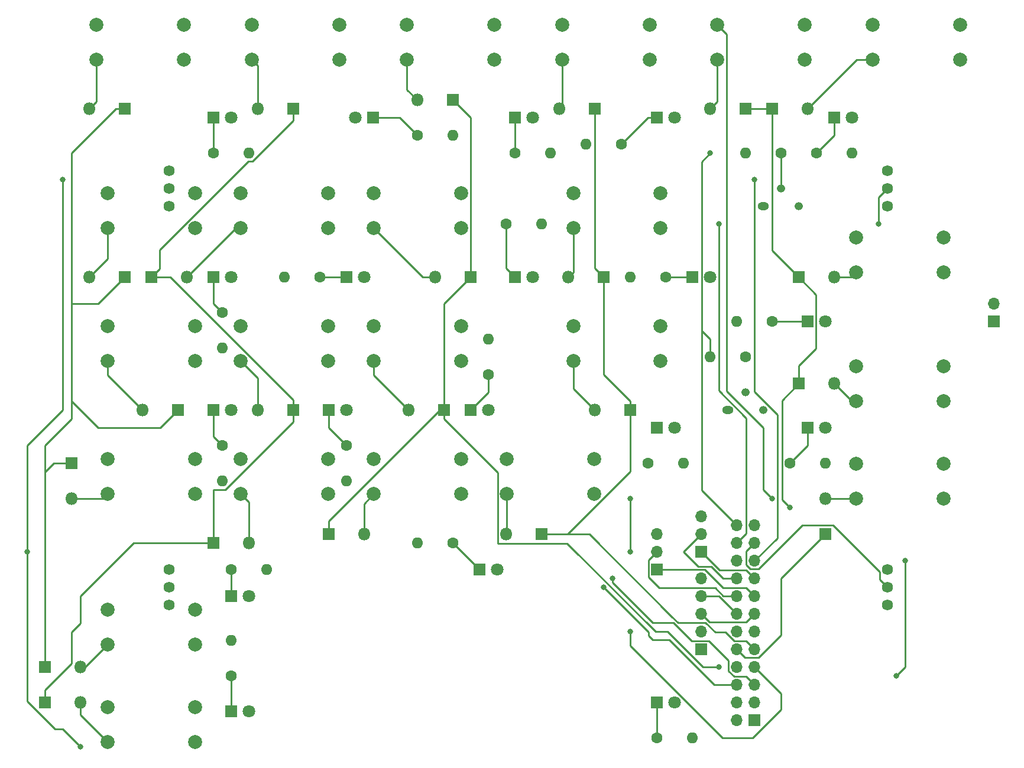
<source format=gbr>
%TF.GenerationSoftware,KiCad,Pcbnew,(5.1.10)-1*%
%TF.CreationDate,2021-07-06T22:18:48-04:00*%
%TF.ProjectId,dedBoard,64656442-6f61-4726-942e-6b696361645f,rev?*%
%TF.SameCoordinates,Original*%
%TF.FileFunction,Copper,L4,Bot*%
%TF.FilePolarity,Positive*%
%FSLAX46Y46*%
G04 Gerber Fmt 4.6, Leading zero omitted, Abs format (unit mm)*
G04 Created by KiCad (PCBNEW (5.1.10)-1) date 2021-07-06 22:18:48*
%MOMM*%
%LPD*%
G01*
G04 APERTURE LIST*
%TA.AperFunction,ComponentPad*%
%ADD10O,1.600000X1.600000*%
%TD*%
%TA.AperFunction,ComponentPad*%
%ADD11C,1.600000*%
%TD*%
%TA.AperFunction,ComponentPad*%
%ADD12O,1.800000X1.800000*%
%TD*%
%TA.AperFunction,ComponentPad*%
%ADD13R,1.800000X1.800000*%
%TD*%
%TA.AperFunction,ComponentPad*%
%ADD14O,1.200000X1.200000*%
%TD*%
%TA.AperFunction,ComponentPad*%
%ADD15O,1.600000X1.200000*%
%TD*%
%TA.AperFunction,ComponentPad*%
%ADD16C,1.800000*%
%TD*%
%TA.AperFunction,ComponentPad*%
%ADD17C,2.000000*%
%TD*%
%TA.AperFunction,ComponentPad*%
%ADD18C,1.590000*%
%TD*%
%TA.AperFunction,ComponentPad*%
%ADD19O,1.700000X1.700000*%
%TD*%
%TA.AperFunction,ComponentPad*%
%ADD20R,1.700000X1.700000*%
%TD*%
%TA.AperFunction,ViaPad*%
%ADD21C,0.800000*%
%TD*%
%TA.AperFunction,Conductor*%
%ADD22C,0.250000*%
%TD*%
G04 APERTURE END LIST*
D10*
%TO.P,R21,2*%
%TO.N,GND*%
X49530000Y-102870000D03*
D11*
%TO.P,R21,1*%
%TO.N,Net-(D42-Pad1)*%
X49530000Y-107950000D03*
%TD*%
D10*
%TO.P,R20,2*%
%TO.N,GND*%
X134620000Y-77470000D03*
D11*
%TO.P,R20,1*%
%TO.N,Net-(D41-Pad1)*%
X129540000Y-77470000D03*
%TD*%
D10*
%TO.P,R19,2*%
%TO.N,GND*%
X115570000Y-116840000D03*
D11*
%TO.P,R19,1*%
%TO.N,Net-(D40-Pad1)*%
X110490000Y-116840000D03*
%TD*%
D10*
%TO.P,R18,2*%
%TO.N,GND*%
X66040000Y-80010000D03*
D11*
%TO.P,R18,1*%
%TO.N,Net-(D39-Pad1)*%
X66040000Y-74930000D03*
%TD*%
D10*
%TO.P,R17,2*%
%TO.N,GND*%
X86360000Y-59690000D03*
D11*
%TO.P,R17,1*%
%TO.N,Net-(D38-Pad1)*%
X86360000Y-64770000D03*
%TD*%
D10*
%TO.P,R16,2*%
%TO.N,GND*%
X76200000Y-88900000D03*
D11*
%TO.P,R16,1*%
%TO.N,Net-(D37-Pad1)*%
X81280000Y-88900000D03*
%TD*%
D10*
%TO.P,R15,2*%
%TO.N,ledCtrl*%
X118110000Y-62230000D03*
D11*
%TO.P,R15,1*%
%TO.N,Net-(Q2-Pad2)*%
X123190000Y-62230000D03*
%TD*%
D10*
%TO.P,R14,2*%
%TO.N,GND*%
X54610000Y-92710000D03*
D11*
%TO.P,R14,1*%
%TO.N,Net-(D36-Pad1)*%
X49530000Y-92710000D03*
%TD*%
D10*
%TO.P,R13,2*%
%TO.N,GND*%
X48260000Y-80010000D03*
D11*
%TO.P,R13,1*%
%TO.N,Net-(D35-Pad1)*%
X48260000Y-74930000D03*
%TD*%
D10*
%TO.P,R12,2*%
%TO.N,GND*%
X114300000Y-77470000D03*
D11*
%TO.P,R12,1*%
%TO.N,Net-(D34-Pad1)*%
X109220000Y-77470000D03*
%TD*%
D10*
%TO.P,R11,2*%
%TO.N,GND*%
X121920000Y-57150000D03*
D11*
%TO.P,R11,1*%
%TO.N,Net-(D27-Pad1)*%
X127000000Y-57150000D03*
%TD*%
D10*
%TO.P,R10,2*%
%TO.N,GND*%
X57150000Y-50800000D03*
D11*
%TO.P,R10,1*%
%TO.N,Net-(D26-Pad1)*%
X62230000Y-50800000D03*
%TD*%
D10*
%TO.P,R9,2*%
%TO.N,ledCtrl*%
X123190000Y-33020000D03*
D11*
%TO.P,R9,1*%
%TO.N,Net-(Q1-Pad2)*%
X128270000Y-33020000D03*
%TD*%
D10*
%TO.P,R8,2*%
%TO.N,GND*%
X100330000Y-31750000D03*
D11*
%TO.P,R8,1*%
%TO.N,Net-(D25-Pad1)*%
X105410000Y-31750000D03*
%TD*%
D10*
%TO.P,R7,2*%
%TO.N,GND*%
X93980000Y-43180000D03*
D11*
%TO.P,R7,1*%
%TO.N,Net-(D24-Pad1)*%
X88900000Y-43180000D03*
%TD*%
D10*
%TO.P,R6,2*%
%TO.N,GND*%
X106680000Y-50800000D03*
D11*
%TO.P,R6,1*%
%TO.N,Net-(D23-Pad1)*%
X111760000Y-50800000D03*
%TD*%
D10*
%TO.P,R5,2*%
%TO.N,GND*%
X48260000Y-60960000D03*
D11*
%TO.P,R5,1*%
%TO.N,Net-(D22-Pad1)*%
X48260000Y-55880000D03*
%TD*%
D10*
%TO.P,R4,2*%
%TO.N,GND*%
X138430000Y-33020000D03*
D11*
%TO.P,R4,1*%
%TO.N,Net-(D21-Pad1)*%
X133350000Y-33020000D03*
%TD*%
D10*
%TO.P,R3,2*%
%TO.N,GND*%
X95250000Y-33020000D03*
D11*
%TO.P,R3,1*%
%TO.N,Net-(D20-Pad1)*%
X90170000Y-33020000D03*
%TD*%
D10*
%TO.P,R2,2*%
%TO.N,GND*%
X81280000Y-30480000D03*
D11*
%TO.P,R2,1*%
%TO.N,Net-(D19-Pad1)*%
X76200000Y-30480000D03*
%TD*%
D10*
%TO.P,R1,2*%
%TO.N,GND*%
X52070000Y-33020000D03*
D11*
%TO.P,R1,1*%
%TO.N,Net-(D18-Pad1)*%
X46990000Y-33020000D03*
%TD*%
D12*
%TO.P,D33,2*%
%TO.N,Net-(D33-Pad2)*%
X134620000Y-82550000D03*
D13*
%TO.P,D33,1*%
%TO.N,COL5*%
X134620000Y-87630000D03*
%TD*%
D12*
%TO.P,D32,2*%
%TO.N,Net-(D32-Pad2)*%
X118110000Y-26670000D03*
D13*
%TO.P,D32,1*%
%TO.N,COL5*%
X123190000Y-26670000D03*
%TD*%
D12*
%TO.P,D31,2*%
%TO.N,Net-(D31-Pad2)*%
X96520000Y-26670000D03*
D13*
%TO.P,D31,1*%
%TO.N,COL4*%
X101600000Y-26670000D03*
%TD*%
D12*
%TO.P,D30,2*%
%TO.N,Net-(D30-Pad2)*%
X76200000Y-25400000D03*
D13*
%TO.P,D30,1*%
%TO.N,COL3*%
X81280000Y-25400000D03*
%TD*%
D12*
%TO.P,D29,2*%
%TO.N,Net-(D29-Pad2)*%
X53340000Y-26670000D03*
D13*
%TO.P,D29,1*%
%TO.N,COL2*%
X58420000Y-26670000D03*
%TD*%
D12*
%TO.P,D28,2*%
%TO.N,Net-(D28-Pad2)*%
X29210000Y-26670000D03*
D13*
%TO.P,D28,1*%
%TO.N,COL1*%
X34290000Y-26670000D03*
%TD*%
D12*
%TO.P,D17,2*%
%TO.N,Net-(D17-Pad2)*%
X101600000Y-69850000D03*
D13*
%TO.P,D17,1*%
%TO.N,COL4*%
X106680000Y-69850000D03*
%TD*%
D12*
%TO.P,D16,2*%
%TO.N,Net-(D16-Pad2)*%
X97790000Y-50800000D03*
D13*
%TO.P,D16,1*%
%TO.N,COL4*%
X102870000Y-50800000D03*
%TD*%
D12*
%TO.P,D15,2*%
%TO.N,Net-(D15-Pad2)*%
X74930000Y-69850000D03*
D13*
%TO.P,D15,1*%
%TO.N,COL3*%
X80010000Y-69850000D03*
%TD*%
D12*
%TO.P,D14,2*%
%TO.N,Net-(D14-Pad2)*%
X68580000Y-87630000D03*
D13*
%TO.P,D14,1*%
%TO.N,COL3*%
X63500000Y-87630000D03*
%TD*%
D12*
%TO.P,D13,2*%
%TO.N,Net-(D13-Pad2)*%
X78740000Y-50800000D03*
D13*
%TO.P,D13,1*%
%TO.N,COL3*%
X83820000Y-50800000D03*
%TD*%
D12*
%TO.P,D12,2*%
%TO.N,Net-(D12-Pad2)*%
X88900000Y-87630000D03*
D13*
%TO.P,D12,1*%
%TO.N,COL4*%
X93980000Y-87630000D03*
%TD*%
D12*
%TO.P,D11,2*%
%TO.N,Net-(D11-Pad2)*%
X135890000Y-66040000D03*
D13*
%TO.P,D11,1*%
%TO.N,COL5*%
X130810000Y-66040000D03*
%TD*%
D12*
%TO.P,D10,2*%
%TO.N,Net-(D10-Pad2)*%
X52070000Y-88900000D03*
D13*
%TO.P,D10,1*%
%TO.N,COL2*%
X46990000Y-88900000D03*
%TD*%
D12*
%TO.P,D9,2*%
%TO.N,Net-(D9-Pad2)*%
X27940000Y-111760000D03*
D13*
%TO.P,D9,1*%
%TO.N,COL2*%
X22860000Y-111760000D03*
%TD*%
D12*
%TO.P,D8,2*%
%TO.N,Net-(D8-Pad2)*%
X53340000Y-69850000D03*
D13*
%TO.P,D8,1*%
%TO.N,COL2*%
X58420000Y-69850000D03*
%TD*%
D12*
%TO.P,D7,2*%
%TO.N,Net-(D7-Pad2)*%
X135890000Y-50800000D03*
D13*
%TO.P,D7,1*%
%TO.N,COL5*%
X130810000Y-50800000D03*
%TD*%
D12*
%TO.P,D6,2*%
%TO.N,Net-(D6-Pad2)*%
X43180000Y-50800000D03*
D13*
%TO.P,D6,1*%
%TO.N,COL2*%
X38100000Y-50800000D03*
%TD*%
D12*
%TO.P,D5,2*%
%TO.N,Net-(D5-Pad2)*%
X26670000Y-82550000D03*
D13*
%TO.P,D5,1*%
%TO.N,COL1*%
X26670000Y-77470000D03*
%TD*%
D12*
%TO.P,D4,2*%
%TO.N,Net-(D4-Pad2)*%
X36830000Y-69850000D03*
D13*
%TO.P,D4,1*%
%TO.N,COL1*%
X41910000Y-69850000D03*
%TD*%
D12*
%TO.P,D3,2*%
%TO.N,Net-(D3-Pad2)*%
X27940000Y-106680000D03*
D13*
%TO.P,D3,1*%
%TO.N,COL1*%
X22860000Y-106680000D03*
%TD*%
D12*
%TO.P,D2,2*%
%TO.N,Net-(D2-Pad2)*%
X29210000Y-50800000D03*
D13*
%TO.P,D2,1*%
%TO.N,COL1*%
X34290000Y-50800000D03*
%TD*%
D12*
%TO.P,D1,2*%
%TO.N,Net-(D1-Pad2)*%
X132080000Y-26670000D03*
D13*
%TO.P,D1,1*%
%TO.N,COL5*%
X127000000Y-26670000D03*
%TD*%
D14*
%TO.P,Q2,3*%
%TO.N,VCC*%
X125730000Y-69850000D03*
%TO.P,Q2,2*%
%TO.N,Net-(Q2-Pad2)*%
X123190000Y-67310000D03*
D15*
%TO.P,Q2,1*%
%TO.N,/LED2*%
X120650000Y-69850000D03*
%TD*%
D16*
%TO.P,D42,2*%
%TO.N,/LED2*%
X52070000Y-113030000D03*
D13*
%TO.P,D42,1*%
%TO.N,Net-(D42-Pad1)*%
X49530000Y-113030000D03*
%TD*%
D16*
%TO.P,D41,2*%
%TO.N,/LED2*%
X134620000Y-72390000D03*
D13*
%TO.P,D41,1*%
%TO.N,Net-(D41-Pad1)*%
X132080000Y-72390000D03*
%TD*%
D16*
%TO.P,D40,2*%
%TO.N,/LED2*%
X113030000Y-111760000D03*
D13*
%TO.P,D40,1*%
%TO.N,Net-(D40-Pad1)*%
X110490000Y-111760000D03*
%TD*%
D16*
%TO.P,D39,2*%
%TO.N,/LED2*%
X66040000Y-69850000D03*
D13*
%TO.P,D39,1*%
%TO.N,Net-(D39-Pad1)*%
X63500000Y-69850000D03*
%TD*%
D16*
%TO.P,D38,2*%
%TO.N,/LED2*%
X86360000Y-69850000D03*
D13*
%TO.P,D38,1*%
%TO.N,Net-(D38-Pad1)*%
X83820000Y-69850000D03*
%TD*%
D16*
%TO.P,D37,2*%
%TO.N,/LED2*%
X87630000Y-92710000D03*
D13*
%TO.P,D37,1*%
%TO.N,Net-(D37-Pad1)*%
X85090000Y-92710000D03*
%TD*%
D16*
%TO.P,D36,2*%
%TO.N,/LED2*%
X52070000Y-96520000D03*
D13*
%TO.P,D36,1*%
%TO.N,Net-(D36-Pad1)*%
X49530000Y-96520000D03*
%TD*%
D16*
%TO.P,D35,2*%
%TO.N,/LED2*%
X49530000Y-69850000D03*
D13*
%TO.P,D35,1*%
%TO.N,Net-(D35-Pad1)*%
X46990000Y-69850000D03*
%TD*%
D16*
%TO.P,D34,2*%
%TO.N,/LED2*%
X113030000Y-72390000D03*
D13*
%TO.P,D34,1*%
%TO.N,Net-(D34-Pad1)*%
X110490000Y-72390000D03*
%TD*%
D17*
%TO.P,S23,4*%
%TO.N,Net-(S23-Pad4)*%
X151538000Y-82510000D03*
%TO.P,S23,3*%
%TO.N,Net-(D33-Pad2)*%
X139038000Y-82510000D03*
%TO.P,S23,2*%
%TO.N,Net-(S23-Pad2)*%
X151538000Y-77510000D03*
%TO.P,S23,1*%
%TO.N,ROW5*%
X139038000Y-77510000D03*
%TD*%
%TO.P,S22,4*%
%TO.N,Net-(S22-Pad4)*%
X131662500Y-19645000D03*
%TO.P,S22,3*%
%TO.N,Net-(D32-Pad2)*%
X119162500Y-19645000D03*
%TO.P,S22,2*%
%TO.N,Net-(S22-Pad2)*%
X131662500Y-14645000D03*
%TO.P,S22,1*%
%TO.N,ROW1*%
X119162500Y-14645000D03*
%TD*%
%TO.P,S21,4*%
%TO.N,Net-(S21-Pad4)*%
X109437500Y-19645000D03*
%TO.P,S21,3*%
%TO.N,Net-(D31-Pad2)*%
X96937500Y-19645000D03*
%TO.P,S21,2*%
%TO.N,Net-(S21-Pad2)*%
X109437500Y-14645000D03*
%TO.P,S21,1*%
%TO.N,ROW1*%
X96937500Y-14645000D03*
%TD*%
%TO.P,S20,4*%
%TO.N,Net-(S20-Pad4)*%
X87212500Y-19645000D03*
%TO.P,S20,3*%
%TO.N,Net-(D30-Pad2)*%
X74712500Y-19645000D03*
%TO.P,S20,2*%
%TO.N,Net-(S20-Pad2)*%
X87212500Y-14645000D03*
%TO.P,S20,1*%
%TO.N,ROW1*%
X74712500Y-14645000D03*
%TD*%
%TO.P,S19,4*%
%TO.N,Net-(S19-Pad4)*%
X64987500Y-19645000D03*
%TO.P,S19,3*%
%TO.N,Net-(D29-Pad2)*%
X52487500Y-19645000D03*
%TO.P,S19,2*%
%TO.N,Net-(S19-Pad2)*%
X64987500Y-14645000D03*
%TO.P,S19,1*%
%TO.N,ROW1*%
X52487500Y-14645000D03*
%TD*%
%TO.P,S18,4*%
%TO.N,Net-(S18-Pad4)*%
X42762500Y-19645000D03*
%TO.P,S18,3*%
%TO.N,Net-(D28-Pad2)*%
X30262500Y-19645000D03*
%TO.P,S18,2*%
%TO.N,Net-(S18-Pad2)*%
X42762500Y-14645000D03*
%TO.P,S18,1*%
%TO.N,ROW1*%
X30262500Y-14645000D03*
%TD*%
D18*
%TO.P,VR4,3*%
%TO.N,VCC*%
X143510000Y-97790000D03*
%TO.P,VR4,2*%
%TO.N,potCONT*%
X143510000Y-95250000D03*
%TO.P,VR4,1*%
%TO.N,GND*%
X143510000Y-92710000D03*
%TD*%
%TO.P,VR3,3*%
%TO.N,VCC*%
X143510000Y-40640000D03*
%TO.P,VR3,2*%
%TO.N,potDEPR*%
X143510000Y-38100000D03*
%TO.P,VR3,1*%
%TO.N,GND*%
X143510000Y-35560000D03*
%TD*%
%TO.P,VR2,3*%
%TO.N,VCC*%
X40640000Y-92710000D03*
%TO.P,VR2,2*%
%TO.N,potBRT*%
X40640000Y-95250000D03*
%TO.P,VR2,1*%
%TO.N,GND*%
X40640000Y-97790000D03*
%TD*%
%TO.P,VR1,3*%
%TO.N,VCC*%
X40640000Y-35560000D03*
%TO.P,VR1,2*%
%TO.N,potSym*%
X40640000Y-38100000D03*
%TO.P,VR1,1*%
%TO.N,GND*%
X40640000Y-40640000D03*
%TD*%
D17*
%TO.P,S17,4*%
%TO.N,Net-(S17-Pad4)*%
X111025000Y-62825000D03*
%TO.P,S17,3*%
%TO.N,Net-(D17-Pad2)*%
X98525000Y-62825000D03*
%TO.P,S17,2*%
%TO.N,Net-(S17-Pad2)*%
X111025000Y-57825000D03*
%TO.P,S17,1*%
%TO.N,Net-(S10-Pad1)*%
X98525000Y-57825000D03*
%TD*%
%TO.P,S16,4*%
%TO.N,Net-(S16-Pad4)*%
X111025000Y-43775000D03*
%TO.P,S16,3*%
%TO.N,Net-(D16-Pad2)*%
X98525000Y-43775000D03*
%TO.P,S16,2*%
%TO.N,Net-(S16-Pad2)*%
X111025000Y-38775000D03*
%TO.P,S16,1*%
%TO.N,Net-(S1-Pad1)*%
X98525000Y-38775000D03*
%TD*%
%TO.P,S15,4*%
%TO.N,Net-(S15-Pad4)*%
X82450000Y-62825000D03*
%TO.P,S15,3*%
%TO.N,Net-(D15-Pad2)*%
X69950000Y-62825000D03*
%TO.P,S15,2*%
%TO.N,Net-(S15-Pad2)*%
X82450000Y-57825000D03*
%TO.P,S15,1*%
%TO.N,Net-(S10-Pad1)*%
X69950000Y-57825000D03*
%TD*%
%TO.P,S14,4*%
%TO.N,Net-(S14-Pad4)*%
X82450000Y-81875000D03*
%TO.P,S14,3*%
%TO.N,Net-(D14-Pad2)*%
X69950000Y-81875000D03*
%TO.P,S14,2*%
%TO.N,Net-(S14-Pad2)*%
X82450000Y-76875000D03*
%TO.P,S14,1*%
%TO.N,ROW4*%
X69950000Y-76875000D03*
%TD*%
%TO.P,S13,4*%
%TO.N,Net-(S13-Pad4)*%
X82450000Y-43775000D03*
%TO.P,S13,3*%
%TO.N,Net-(D13-Pad2)*%
X69950000Y-43775000D03*
%TO.P,S13,2*%
%TO.N,Net-(S13-Pad2)*%
X82450000Y-38775000D03*
%TO.P,S13,1*%
%TO.N,Net-(S1-Pad1)*%
X69950000Y-38775000D03*
%TD*%
%TO.P,S12,4*%
%TO.N,Net-(S12-Pad4)*%
X101500000Y-81875000D03*
%TO.P,S12,3*%
%TO.N,Net-(D12-Pad2)*%
X89000000Y-81875000D03*
%TO.P,S12,2*%
%TO.N,Net-(S12-Pad2)*%
X101500000Y-76875000D03*
%TO.P,S12,1*%
%TO.N,ROW4*%
X89000000Y-76875000D03*
%TD*%
%TO.P,S11,4*%
%TO.N,Net-(S11-Pad4)*%
X151538000Y-68540000D03*
%TO.P,S11,3*%
%TO.N,Net-(D11-Pad2)*%
X139038000Y-68540000D03*
%TO.P,S11,2*%
%TO.N,Net-(S11-Pad2)*%
X151538000Y-63540000D03*
%TO.P,S11,1*%
%TO.N,ROW4*%
X139038000Y-63540000D03*
%TD*%
%TO.P,S10,4*%
%TO.N,Net-(S10-Pad4)*%
X63400000Y-62825000D03*
%TO.P,S10,3*%
%TO.N,Net-(D8-Pad2)*%
X50900000Y-62825000D03*
%TO.P,S10,2*%
%TO.N,Net-(S10-Pad2)*%
X63400000Y-57825000D03*
%TO.P,S10,1*%
%TO.N,Net-(S10-Pad1)*%
X50900000Y-57825000D03*
%TD*%
%TO.P,S9,4*%
%TO.N,Net-(S9-Pad4)*%
X151538000Y-50125000D03*
%TO.P,S9,3*%
%TO.N,Net-(D7-Pad2)*%
X139038000Y-50125000D03*
%TO.P,S9,2*%
%TO.N,Net-(S9-Pad2)*%
X151538000Y-45125000D03*
%TO.P,S9,1*%
%TO.N,Net-(S10-Pad1)*%
X139038000Y-45125000D03*
%TD*%
%TO.P,S8,4*%
%TO.N,Net-(S8-Pad4)*%
X63400000Y-81875000D03*
%TO.P,S8,3*%
%TO.N,Net-(D10-Pad2)*%
X50900000Y-81875000D03*
%TO.P,S8,2*%
%TO.N,Net-(S8-Pad2)*%
X63400000Y-76875000D03*
%TO.P,S8,1*%
%TO.N,ROW4*%
X50900000Y-76875000D03*
%TD*%
%TO.P,S7,4*%
%TO.N,Net-(S7-Pad4)*%
X63400000Y-43775000D03*
%TO.P,S7,3*%
%TO.N,Net-(D6-Pad2)*%
X50900000Y-43775000D03*
%TO.P,S7,2*%
%TO.N,Net-(S7-Pad2)*%
X63400000Y-38775000D03*
%TO.P,S7,1*%
%TO.N,Net-(S1-Pad1)*%
X50900000Y-38775000D03*
%TD*%
%TO.P,S6,4*%
%TO.N,Net-(S6-Pad4)*%
X44350000Y-117435000D03*
%TO.P,S6,3*%
%TO.N,Net-(D9-Pad2)*%
X31850000Y-117435000D03*
%TO.P,S6,2*%
%TO.N,Net-(S6-Pad2)*%
X44350000Y-112435000D03*
%TO.P,S6,1*%
%TO.N,ROW5*%
X31850000Y-112435000D03*
%TD*%
%TO.P,S5,4*%
%TO.N,Net-(S5-Pad4)*%
X44350000Y-62825000D03*
%TO.P,S5,3*%
%TO.N,Net-(D4-Pad2)*%
X31850000Y-62825000D03*
%TO.P,S5,2*%
%TO.N,Net-(S5-Pad2)*%
X44350000Y-57825000D03*
%TO.P,S5,1*%
%TO.N,Net-(S10-Pad1)*%
X31850000Y-57825000D03*
%TD*%
%TO.P,S4,4*%
%TO.N,Net-(S4-Pad4)*%
X44350000Y-81875000D03*
%TO.P,S4,3*%
%TO.N,Net-(D5-Pad2)*%
X31850000Y-81875000D03*
%TO.P,S4,2*%
%TO.N,Net-(S4-Pad2)*%
X44350000Y-76875000D03*
%TO.P,S4,1*%
%TO.N,ROW4*%
X31850000Y-76875000D03*
%TD*%
%TO.P,S3,4*%
%TO.N,Net-(S3-Pad4)*%
X44350000Y-43775000D03*
%TO.P,S3,3*%
%TO.N,Net-(D2-Pad2)*%
X31850000Y-43775000D03*
%TO.P,S3,2*%
%TO.N,Net-(S3-Pad2)*%
X44350000Y-38775000D03*
%TO.P,S3,1*%
%TO.N,Net-(S1-Pad1)*%
X31850000Y-38775000D03*
%TD*%
%TO.P,S2,4*%
%TO.N,Net-(S2-Pad4)*%
X44350000Y-103465000D03*
%TO.P,S2,3*%
%TO.N,Net-(D3-Pad2)*%
X31850000Y-103465000D03*
%TO.P,S2,2*%
%TO.N,Net-(S2-Pad2)*%
X44350000Y-98465000D03*
%TO.P,S2,1*%
%TO.N,ROW5*%
X31850000Y-98465000D03*
%TD*%
%TO.P,S1,4*%
%TO.N,Net-(S1-Pad4)*%
X153887500Y-19645000D03*
%TO.P,S1,3*%
%TO.N,Net-(D1-Pad2)*%
X141387500Y-19645000D03*
%TO.P,S1,2*%
%TO.N,Net-(S1-Pad2)*%
X153887500Y-14645000D03*
%TO.P,S1,1*%
%TO.N,Net-(S1-Pad1)*%
X141387500Y-14645000D03*
%TD*%
D14*
%TO.P,Q1,3*%
%TO.N,VCC*%
X130810000Y-40640000D03*
%TO.P,Q1,2*%
%TO.N,Net-(Q1-Pad2)*%
X128270000Y-38100000D03*
D15*
%TO.P,Q1,1*%
%TO.N,/LED1*%
X125730000Y-40640000D03*
%TD*%
D19*
%TO.P,J5,3*%
%TO.N,GND*%
X116840000Y-85090000D03*
%TO.P,J5,2*%
%TO.N,gain2*%
X116840000Y-87630000D03*
D20*
%TO.P,J5,1*%
%TO.N,gain1*%
X116840000Y-90170000D03*
%TD*%
D19*
%TO.P,J4,3*%
%TO.N,GND*%
X110490000Y-87630000D03*
%TO.P,J4,2*%
%TO.N,drift2*%
X110490000Y-90170000D03*
D20*
%TO.P,J4,1*%
%TO.N,drift1*%
X110490000Y-92710000D03*
%TD*%
D19*
%TO.P,J3,5*%
%TO.N,GND*%
X116840000Y-93980000D03*
%TO.P,J3,4*%
%TO.N,dobber4*%
X116840000Y-96520000D03*
%TO.P,J3,3*%
%TO.N,dobber3*%
X116840000Y-99060000D03*
%TO.P,J3,2*%
%TO.N,dobber2*%
X116840000Y-101600000D03*
D20*
%TO.P,J3,1*%
%TO.N,dobber1*%
X116840000Y-104140000D03*
%TD*%
D19*
%TO.P,J2,24*%
%TO.N,ledCtrl*%
X121920000Y-86360000D03*
%TO.P,J2,23*%
%TO.N,GND*%
X124460000Y-86360000D03*
%TO.P,J2,22*%
%TO.N,potDEPR*%
X121920000Y-88900000D03*
%TO.P,J2,21*%
%TO.N,potCONT*%
X124460000Y-88900000D03*
%TO.P,J2,20*%
%TO.N,potBRT*%
X121920000Y-91440000D03*
%TO.P,J2,19*%
%TO.N,potSym*%
X124460000Y-91440000D03*
%TO.P,J2,18*%
%TO.N,gain2*%
X121920000Y-93980000D03*
%TO.P,J2,17*%
%TO.N,gain1*%
X124460000Y-93980000D03*
%TO.P,J2,16*%
%TO.N,drift2*%
X121920000Y-96520000D03*
%TO.P,J2,15*%
%TO.N,drift1*%
X124460000Y-96520000D03*
%TO.P,J2,14*%
%TO.N,dobber4*%
X121920000Y-99060000D03*
%TO.P,J2,13*%
%TO.N,dobber3*%
X124460000Y-99060000D03*
%TO.P,J2,12*%
%TO.N,dobber2*%
X121920000Y-101600000D03*
%TO.P,J2,11*%
%TO.N,dobber1*%
X124460000Y-101600000D03*
%TO.P,J2,10*%
%TO.N,COL5*%
X121920000Y-104140000D03*
%TO.P,J2,9*%
%TO.N,COL4*%
X124460000Y-104140000D03*
%TO.P,J2,8*%
%TO.N,COL3*%
X121920000Y-106680000D03*
%TO.P,J2,7*%
%TO.N,COL2*%
X124460000Y-106680000D03*
%TO.P,J2,6*%
%TO.N,COL1*%
X121920000Y-109220000D03*
%TO.P,J2,5*%
%TO.N,ROW5*%
X124460000Y-109220000D03*
%TO.P,J2,4*%
%TO.N,ROW4*%
X121920000Y-111760000D03*
%TO.P,J2,3*%
%TO.N,ROW3*%
X124460000Y-111760000D03*
%TO.P,J2,2*%
%TO.N,ROW2*%
X121920000Y-114300000D03*
D20*
%TO.P,J2,1*%
%TO.N,ROW1*%
X124460000Y-114300000D03*
%TD*%
D19*
%TO.P,J1,2*%
%TO.N,GND*%
X158750000Y-54610000D03*
D20*
%TO.P,J1,1*%
%TO.N,VCC*%
X158750000Y-57150000D03*
%TD*%
D16*
%TO.P,D27,2*%
%TO.N,/LED1*%
X134620000Y-57150000D03*
D13*
%TO.P,D27,1*%
%TO.N,Net-(D27-Pad1)*%
X132080000Y-57150000D03*
%TD*%
D16*
%TO.P,D26,2*%
%TO.N,/LED1*%
X68580000Y-50800000D03*
D13*
%TO.P,D26,1*%
%TO.N,Net-(D26-Pad1)*%
X66040000Y-50800000D03*
%TD*%
D16*
%TO.P,D25,2*%
%TO.N,/LED1*%
X113030000Y-27940000D03*
D13*
%TO.P,D25,1*%
%TO.N,Net-(D25-Pad1)*%
X110490000Y-27940000D03*
%TD*%
D16*
%TO.P,D24,2*%
%TO.N,/LED1*%
X92710000Y-50800000D03*
D13*
%TO.P,D24,1*%
%TO.N,Net-(D24-Pad1)*%
X90170000Y-50800000D03*
%TD*%
D16*
%TO.P,D23,2*%
%TO.N,/LED1*%
X118110000Y-50800000D03*
D13*
%TO.P,D23,1*%
%TO.N,Net-(D23-Pad1)*%
X115570000Y-50800000D03*
%TD*%
D16*
%TO.P,D22,2*%
%TO.N,/LED1*%
X49530000Y-50800000D03*
D13*
%TO.P,D22,1*%
%TO.N,Net-(D22-Pad1)*%
X46990000Y-50800000D03*
%TD*%
D16*
%TO.P,D21,2*%
%TO.N,/LED1*%
X138430000Y-27940000D03*
D13*
%TO.P,D21,1*%
%TO.N,Net-(D21-Pad1)*%
X135890000Y-27940000D03*
%TD*%
D16*
%TO.P,D20,2*%
%TO.N,/LED1*%
X92710000Y-27940000D03*
D13*
%TO.P,D20,1*%
%TO.N,Net-(D20-Pad1)*%
X90170000Y-27940000D03*
%TD*%
D16*
%TO.P,D19,2*%
%TO.N,/LED1*%
X67310000Y-27940000D03*
D13*
%TO.P,D19,1*%
%TO.N,Net-(D19-Pad1)*%
X69850000Y-27940000D03*
%TD*%
D16*
%TO.P,D18,2*%
%TO.N,/LED1*%
X49530000Y-27940000D03*
D13*
%TO.P,D18,1*%
%TO.N,Net-(D18-Pad1)*%
X46990000Y-27940000D03*
%TD*%
D21*
%TO.N,COL1*%
X102870000Y-95250000D03*
%TO.N,COL2*%
X106680000Y-101600000D03*
%TO.N,COL3*%
X119380000Y-106680000D03*
%TO.N,VCC*%
X25400000Y-36830000D03*
X20320000Y-90170000D03*
X27940000Y-118110000D03*
%TO.N,potDEPR*%
X119380000Y-43180000D03*
X142240000Y-43180000D03*
%TO.N,potSym*%
X124460000Y-36830000D03*
%TO.N,ledCtrl*%
X118110000Y-33020000D03*
%TO.N,ROW4*%
X106680000Y-90170000D03*
X106680000Y-82550000D03*
%TO.N,ROW1*%
X127000000Y-82550000D03*
%TO.N,COL5*%
X129540000Y-83820000D03*
%TO.N,ROW5*%
X104140000Y-93980000D03*
X146050000Y-91440000D03*
X144780000Y-107950000D03*
%TD*%
D22*
%TO.N,Net-(D1-Pad2)*%
X139105000Y-19645000D02*
X132080000Y-26670000D01*
X141387500Y-19645000D02*
X139105000Y-19645000D01*
%TO.N,COL1*%
X34290000Y-26670000D02*
X33020000Y-26670000D01*
X33020000Y-26670000D02*
X26670000Y-33020000D01*
X26670000Y-71120000D02*
X22860000Y-74930000D01*
X24130000Y-77470000D02*
X22860000Y-78740000D01*
X26670000Y-77470000D02*
X24130000Y-77470000D01*
X22860000Y-78740000D02*
X22860000Y-106680000D01*
X22860000Y-74930000D02*
X22860000Y-78740000D01*
X41910000Y-69850000D02*
X39370000Y-72390000D01*
X39370000Y-72390000D02*
X30480000Y-72390000D01*
X30480000Y-72390000D02*
X26670000Y-68580000D01*
X34290000Y-50800000D02*
X30480000Y-54610000D01*
X26670000Y-54610000D02*
X26670000Y-71120000D01*
X30480000Y-54610000D02*
X26670000Y-54610000D01*
X26670000Y-33020000D02*
X26670000Y-54610000D01*
X118721000Y-109220000D02*
X121920000Y-109220000D01*
X112276001Y-102775001D02*
X118721000Y-109220000D01*
X109925999Y-102775001D02*
X112276001Y-102775001D01*
X109314999Y-102164001D02*
X109925999Y-102775001D01*
X109314999Y-101694999D02*
X109314999Y-102164001D01*
X102870000Y-95250000D02*
X109314999Y-101694999D01*
%TO.N,Net-(D2-Pad2)*%
X31850000Y-48160000D02*
X29210000Y-50800000D01*
X31850000Y-43775000D02*
X31850000Y-48160000D01*
%TO.N,Net-(D3-Pad2)*%
X28635000Y-106680000D02*
X27940000Y-106680000D01*
X31850000Y-103465000D02*
X28635000Y-106680000D01*
%TO.N,Net-(D4-Pad2)*%
X31850000Y-64870000D02*
X36830000Y-69850000D01*
X31850000Y-62825000D02*
X31850000Y-64870000D01*
%TO.N,Net-(D5-Pad2)*%
X31175000Y-82550000D02*
X31850000Y-81875000D01*
X26670000Y-82550000D02*
X31175000Y-82550000D01*
%TO.N,Net-(D6-Pad2)*%
X50205000Y-43775000D02*
X50900000Y-43775000D01*
X43180000Y-50800000D02*
X50205000Y-43775000D01*
%TO.N,COL2*%
X35560000Y-88900000D02*
X46990000Y-88900000D01*
X27940000Y-96520000D02*
X35560000Y-88900000D01*
X27940000Y-100413998D02*
X27940000Y-96520000D01*
X26670000Y-101683998D02*
X27940000Y-100413998D01*
X26670000Y-106136998D02*
X26670000Y-101683998D01*
X22860000Y-109946998D02*
X26670000Y-106136998D01*
X22860000Y-111760000D02*
X22860000Y-109946998D01*
X46990000Y-88900000D02*
X46990000Y-81280000D01*
X48655002Y-81280000D02*
X58420000Y-71515002D01*
X58420000Y-71515002D02*
X58420000Y-69850000D01*
X46990000Y-81280000D02*
X48655002Y-81280000D01*
X40836002Y-50800000D02*
X38100000Y-50800000D01*
X58420000Y-68383998D02*
X40836002Y-50800000D01*
X58420000Y-69850000D02*
X58420000Y-68383998D01*
X58420000Y-28335002D02*
X58420000Y-26670000D01*
X52610001Y-34145001D02*
X58420000Y-28335002D01*
X52018997Y-34145001D02*
X52610001Y-34145001D01*
X39325001Y-46838997D02*
X52018997Y-34145001D01*
X39325001Y-49574999D02*
X39325001Y-46838997D01*
X38100000Y-50800000D02*
X39325001Y-49574999D01*
X128270000Y-110490000D02*
X124460000Y-106680000D01*
X128270000Y-112775002D02*
X128270000Y-110490000D01*
X128270000Y-112775002D02*
X124205002Y-116840000D01*
X119923002Y-116840000D02*
X106680000Y-103596998D01*
X124205002Y-116840000D02*
X119923002Y-116840000D01*
X106680000Y-103596998D02*
X106680000Y-101600000D01*
%TO.N,Net-(D7-Pad2)*%
X138363000Y-50800000D02*
X139038000Y-50125000D01*
X135890000Y-50800000D02*
X138363000Y-50800000D01*
%TO.N,Net-(D8-Pad2)*%
X53340000Y-65265000D02*
X50900000Y-62825000D01*
X53340000Y-69850000D02*
X53340000Y-65265000D01*
%TO.N,Net-(D9-Pad2)*%
X27940000Y-113525000D02*
X31850000Y-117435000D01*
X27940000Y-111760000D02*
X27940000Y-113525000D01*
%TO.N,Net-(D10-Pad2)*%
X52070000Y-83045000D02*
X50900000Y-81875000D01*
X52070000Y-88900000D02*
X52070000Y-83045000D01*
%TO.N,Net-(D11-Pad2)*%
X138390000Y-68540000D02*
X139038000Y-68540000D01*
X135890000Y-66040000D02*
X138390000Y-68540000D01*
%TO.N,COL3*%
X79411998Y-69850000D02*
X80010000Y-69850000D01*
X63500000Y-85761998D02*
X79411998Y-69850000D01*
X63500000Y-87630000D02*
X63500000Y-85761998D01*
X80010000Y-54610000D02*
X83820000Y-50800000D01*
X80010000Y-69850000D02*
X80010000Y-54610000D01*
X83820000Y-27940000D02*
X81280000Y-25400000D01*
X83820000Y-50800000D02*
X83820000Y-27940000D01*
X80010000Y-69850000D02*
X80010000Y-71120000D01*
X87674999Y-78784999D02*
X87674999Y-88944999D01*
X80010000Y-71120000D02*
X87674999Y-78784999D01*
X97638001Y-88944999D02*
X110293002Y-101600000D01*
X87674999Y-88944999D02*
X97638001Y-88944999D01*
X112014998Y-101600000D02*
X117094998Y-106680000D01*
X110293002Y-101600000D02*
X112014998Y-101600000D01*
X117094998Y-106680000D02*
X119380000Y-106680000D01*
%TO.N,Net-(D12-Pad2)*%
X89000000Y-87530000D02*
X88900000Y-87630000D01*
X89000000Y-81875000D02*
X89000000Y-87530000D01*
%TO.N,Net-(D13-Pad2)*%
X76975000Y-50800000D02*
X69950000Y-43775000D01*
X78740000Y-50800000D02*
X76975000Y-50800000D01*
%TO.N,Net-(D14-Pad2)*%
X68580000Y-83245000D02*
X69950000Y-81875000D01*
X68580000Y-87630000D02*
X68580000Y-83245000D01*
%TO.N,Net-(D15-Pad2)*%
X69950000Y-64870000D02*
X74930000Y-69850000D01*
X69950000Y-62825000D02*
X69950000Y-64870000D01*
%TO.N,Net-(D16-Pad2)*%
X98525000Y-50065000D02*
X97790000Y-50800000D01*
X98525000Y-43775000D02*
X98525000Y-50065000D01*
%TO.N,COL4*%
X101600000Y-49530000D02*
X102870000Y-50800000D01*
X101600000Y-26670000D02*
X101600000Y-49530000D01*
X106680000Y-68543002D02*
X106680000Y-69850000D01*
X102870000Y-64733002D02*
X106680000Y-68543002D01*
X102870000Y-50800000D02*
X102870000Y-64733002D01*
X97706002Y-87630000D02*
X93980000Y-87630000D01*
X106680000Y-78656002D02*
X97706002Y-87630000D01*
X106680000Y-69850000D02*
X106680000Y-78656002D01*
X121545997Y-102964999D02*
X123284999Y-102964999D01*
X123284999Y-102964999D02*
X124460000Y-104140000D01*
X120275997Y-101694999D02*
X121545997Y-102964999D01*
X93980000Y-87630000D02*
X100799002Y-87630000D01*
X118838589Y-101694999D02*
X117473590Y-100330000D01*
X120275997Y-101694999D02*
X118838589Y-101694999D01*
X113499002Y-100330000D02*
X112629501Y-99460499D01*
X117473590Y-100330000D02*
X113499002Y-100330000D01*
X100799002Y-87630000D02*
X112629501Y-99460499D01*
%TO.N,Net-(D17-Pad2)*%
X98525000Y-66775000D02*
X101600000Y-69850000D01*
X98525000Y-62825000D02*
X98525000Y-66775000D01*
%TO.N,Net-(D18-Pad1)*%
X46990000Y-27940000D02*
X46990000Y-33020000D01*
%TO.N,Net-(D19-Pad1)*%
X73660000Y-27940000D02*
X76200000Y-30480000D01*
X69850000Y-27940000D02*
X73660000Y-27940000D01*
%TO.N,Net-(D20-Pad1)*%
X90170000Y-27940000D02*
X90170000Y-33020000D01*
%TO.N,Net-(D21-Pad1)*%
X135890000Y-30480000D02*
X133350000Y-33020000D01*
X135890000Y-27940000D02*
X135890000Y-30480000D01*
%TO.N,Net-(D22-Pad1)*%
X46990000Y-54610000D02*
X48260000Y-55880000D01*
X46990000Y-50800000D02*
X46990000Y-54610000D01*
%TO.N,Net-(D23-Pad1)*%
X111760000Y-50800000D02*
X115570000Y-50800000D01*
%TO.N,Net-(D24-Pad1)*%
X88900000Y-49530000D02*
X90170000Y-50800000D01*
X88900000Y-43180000D02*
X88900000Y-49530000D01*
%TO.N,Net-(D25-Pad1)*%
X109220000Y-27940000D02*
X105410000Y-31750000D01*
X110490000Y-27940000D02*
X109220000Y-27940000D01*
%TO.N,Net-(D26-Pad1)*%
X62230000Y-50800000D02*
X66040000Y-50800000D01*
%TO.N,Net-(D27-Pad1)*%
X132080000Y-57150000D02*
X127000000Y-57150000D01*
%TO.N,VCC*%
X25400000Y-36830000D02*
X25400000Y-52070000D01*
X25400000Y-52070000D02*
X25400000Y-69850000D01*
X20320000Y-74930000D02*
X20320000Y-90170000D01*
X25400000Y-69850000D02*
X20320000Y-74930000D01*
X20320000Y-90170000D02*
X20320000Y-92710000D01*
X20320000Y-111605002D02*
X24284998Y-115570000D01*
X20320000Y-92710000D02*
X20320000Y-111605002D01*
X24284998Y-115570000D02*
X25400000Y-115570000D01*
X25400000Y-115570000D02*
X27940000Y-118110000D01*
%TO.N,potDEPR*%
X123284999Y-70976838D02*
X119380000Y-67071839D01*
X123284999Y-87535001D02*
X123284999Y-70976838D01*
X121920000Y-88900000D02*
X123284999Y-87535001D01*
X119380000Y-67071839D02*
X119380000Y-43180000D01*
X142240000Y-39370000D02*
X143510000Y-38100000D01*
X142240000Y-43180000D02*
X142240000Y-39370000D01*
%TO.N,potCONT*%
X142389999Y-93014997D02*
X135735002Y-86360000D01*
X142389999Y-94129999D02*
X142389999Y-93014997D01*
X143510000Y-95250000D02*
X142389999Y-94129999D01*
X123284999Y-90075001D02*
X124460000Y-88900000D01*
X123284999Y-92004001D02*
X123284999Y-90075001D01*
X123895999Y-92615001D02*
X123284999Y-92004001D01*
X125024001Y-92615001D02*
X123895999Y-92615001D01*
X131279002Y-86360000D02*
X125024001Y-92615001D01*
X135735002Y-86360000D02*
X131279002Y-86360000D01*
%TO.N,potSym*%
X127725001Y-70475999D02*
X127725001Y-88174999D01*
X127725001Y-88174999D02*
X124460000Y-91440000D01*
X124460000Y-67210998D02*
X127725001Y-70475999D01*
X124460000Y-36830000D02*
X124460000Y-67210998D01*
%TO.N,gain2*%
X116840000Y-87630000D02*
X114300000Y-90170000D01*
X120013590Y-93980000D02*
X121920000Y-93980000D01*
X118293580Y-92259990D02*
X120013590Y-93980000D01*
X116389990Y-92259990D02*
X118293580Y-92259990D01*
X114300000Y-90170000D02*
X116389990Y-92259990D01*
%TO.N,gain1*%
X123284999Y-92804999D02*
X124460000Y-93980000D01*
X119474999Y-92804999D02*
X123284999Y-92804999D01*
X116840000Y-90170000D02*
X119474999Y-92804999D01*
%TO.N,drift2*%
X118841409Y-95344999D02*
X120016410Y-96520000D01*
X110839997Y-95344999D02*
X118841409Y-95344999D01*
X109314999Y-93820001D02*
X110839997Y-95344999D01*
X120016410Y-96520000D02*
X121920000Y-96520000D01*
X109314999Y-91345001D02*
X109314999Y-93820001D01*
X110490000Y-90170000D02*
X109314999Y-91345001D01*
%TO.N,drift1*%
X123284999Y-95344999D02*
X124460000Y-96520000D01*
X119944001Y-95344999D02*
X123284999Y-95344999D01*
X117309002Y-92710000D02*
X119944001Y-95344999D01*
X110490000Y-92710000D02*
X117309002Y-92710000D01*
%TO.N,dobber4*%
X119380000Y-96520000D02*
X121920000Y-99060000D01*
X116840000Y-96520000D02*
X119380000Y-96520000D01*
%TO.N,dobber3*%
X116840000Y-99060000D02*
X118015001Y-100235001D01*
X123284999Y-100235001D02*
X124460000Y-99060000D01*
X118015001Y-100235001D02*
X123284999Y-100235001D01*
%TO.N,ledCtrl*%
X116884999Y-81324999D02*
X121920000Y-86360000D01*
X118110000Y-33020000D02*
X116884999Y-34245001D01*
X118110000Y-62230000D02*
X118110000Y-59690000D01*
X118110000Y-59690000D02*
X116884999Y-58464999D01*
X116884999Y-58464999D02*
X116884999Y-81324999D01*
X116884999Y-34245001D02*
X116884999Y-58464999D01*
%TO.N,ROW4*%
X106680000Y-90170000D02*
X106680000Y-82550000D01*
%TO.N,ROW1*%
X120487501Y-15970001D02*
X120487501Y-67147501D01*
X119162500Y-14645000D02*
X120487501Y-15970001D01*
X120487501Y-67147501D02*
X125730000Y-72390000D01*
X125730000Y-72390000D02*
X125730000Y-81280000D01*
X125730000Y-81280000D02*
X127000000Y-82550000D01*
%TO.N,Net-(Q1-Pad2)*%
X128270000Y-33020000D02*
X128270000Y-38100000D01*
%TO.N,COL5*%
X130810000Y-66040000D02*
X130810000Y-63500000D01*
X133305001Y-53295001D02*
X130810000Y-50800000D01*
X133305001Y-61004999D02*
X133305001Y-53295001D01*
X130810000Y-63500000D02*
X133305001Y-61004999D01*
X134620000Y-87630000D02*
X128270000Y-93980000D01*
X123095001Y-105315001D02*
X121920000Y-104140000D01*
X128270000Y-102069002D02*
X125024001Y-105315001D01*
X125024001Y-105315001D02*
X123095001Y-105315001D01*
X128270000Y-93980000D02*
X128270000Y-102069002D01*
X123190000Y-26670000D02*
X127000000Y-26670000D01*
X127000000Y-46990000D02*
X130810000Y-50800000D01*
X127000000Y-26670000D02*
X127000000Y-46990000D01*
X128414999Y-68435001D02*
X130810000Y-66040000D01*
X128414999Y-82694999D02*
X128414999Y-68435001D01*
X129540000Y-83820000D02*
X128414999Y-82694999D01*
%TO.N,Net-(D28-Pad2)*%
X30262500Y-25617500D02*
X29210000Y-26670000D01*
X30262500Y-19645000D02*
X30262500Y-25617500D01*
%TO.N,Net-(D29-Pad2)*%
X53340000Y-20497500D02*
X52487500Y-19645000D01*
X53340000Y-26670000D02*
X53340000Y-20497500D01*
%TO.N,Net-(D30-Pad2)*%
X74712500Y-23912500D02*
X76200000Y-25400000D01*
X74712500Y-19645000D02*
X74712500Y-23912500D01*
%TO.N,Net-(D31-Pad2)*%
X96937500Y-26252500D02*
X96520000Y-26670000D01*
X96937500Y-19645000D02*
X96937500Y-26252500D01*
%TO.N,Net-(D32-Pad2)*%
X119162500Y-25617500D02*
X118110000Y-26670000D01*
X119162500Y-19645000D02*
X119162500Y-25617500D01*
%TO.N,Net-(D33-Pad2)*%
X138998000Y-82550000D02*
X139038000Y-82510000D01*
X134620000Y-82550000D02*
X138998000Y-82550000D01*
%TO.N,ROW5*%
X123284999Y-108044999D02*
X124460000Y-109220000D01*
X120744999Y-105759997D02*
X120744999Y-107244001D01*
X117950001Y-102964999D02*
X120744999Y-105759997D01*
X115497591Y-102964999D02*
X117950001Y-102964999D01*
X121545997Y-108044999D02*
X123284999Y-108044999D01*
X112862592Y-100330000D02*
X115497591Y-102964999D01*
X109924315Y-100330000D02*
X112862592Y-100330000D01*
X120744999Y-107244001D02*
X121545997Y-108044999D01*
X104140000Y-94545685D02*
X109924315Y-100330000D01*
X104140000Y-93980000D02*
X104140000Y-94545685D01*
X146050000Y-91440000D02*
X146050000Y-97790000D01*
X146050000Y-97790000D02*
X146050000Y-106680000D01*
X146050000Y-106680000D02*
X144780000Y-107950000D01*
%TO.N,Net-(D35-Pad1)*%
X46990000Y-73660000D02*
X48260000Y-74930000D01*
X46990000Y-69850000D02*
X46990000Y-73660000D01*
%TO.N,Net-(D36-Pad1)*%
X49530000Y-96520000D02*
X49530000Y-92710000D01*
%TO.N,Net-(D37-Pad1)*%
X85090000Y-92710000D02*
X81280000Y-88900000D01*
%TO.N,Net-(D38-Pad1)*%
X86360000Y-67310000D02*
X83820000Y-69850000D01*
X86360000Y-64770000D02*
X86360000Y-67310000D01*
%TO.N,Net-(D39-Pad1)*%
X63500000Y-72390000D02*
X66040000Y-74930000D01*
X63500000Y-69850000D02*
X63500000Y-72390000D01*
%TO.N,Net-(D40-Pad1)*%
X110490000Y-111760000D02*
X110490000Y-116840000D01*
%TO.N,Net-(D41-Pad1)*%
X132080000Y-74930000D02*
X129540000Y-77470000D01*
X132080000Y-72390000D02*
X132080000Y-74930000D01*
%TO.N,Net-(D42-Pad1)*%
X49530000Y-107950000D02*
X49530000Y-113030000D01*
%TD*%
M02*

</source>
